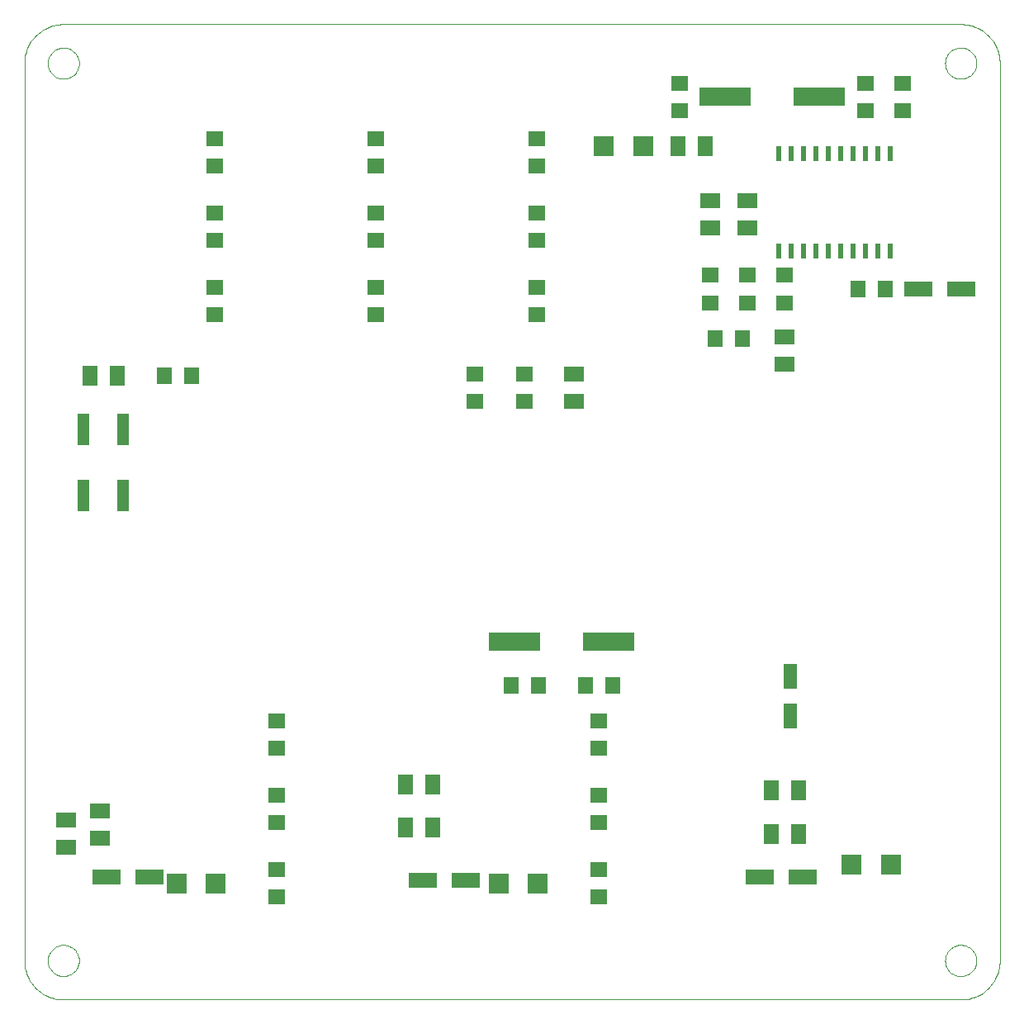
<source format=gtp>
G75*
G70*
%OFA0B0*%
%FSLAX24Y24*%
%IPPOS*%
%LPD*%
%AMOC8*
5,1,8,0,0,1.08239X$1,22.5*
%
%ADD10R,0.0236X0.0591*%
%ADD11R,0.2100X0.0760*%
%ADD12R,0.0709X0.0630*%
%ADD13R,0.0630X0.0709*%
%ADD14R,0.0630X0.0787*%
%ADD15R,0.0710X0.0630*%
%ADD16R,0.0787X0.0630*%
%ADD17R,0.0551X0.1024*%
%ADD18R,0.1181X0.0630*%
%ADD19R,0.0472X0.1260*%
%ADD20R,0.0787X0.0787*%
%ADD21C,0.0000*%
D10*
X035066Y033632D03*
X035566Y033632D03*
X036066Y033632D03*
X036566Y033632D03*
X037066Y033632D03*
X037566Y033632D03*
X038066Y033632D03*
X038566Y033632D03*
X039066Y033632D03*
X039566Y033632D03*
X039566Y037569D03*
X039066Y037569D03*
X038566Y037569D03*
X038066Y037569D03*
X037566Y037569D03*
X037066Y037569D03*
X036566Y037569D03*
X036066Y037569D03*
X035566Y037569D03*
X035066Y037569D03*
D11*
X036716Y039851D03*
X032916Y039851D03*
X028216Y017851D03*
X024416Y017851D03*
D12*
X027816Y014652D03*
X027816Y013549D03*
X027816Y011652D03*
X027816Y010549D03*
X027816Y008652D03*
X027816Y007549D03*
X014816Y007549D03*
X014816Y008652D03*
X014816Y010549D03*
X014816Y011652D03*
X014816Y013549D03*
X014816Y014652D03*
X022816Y027549D03*
X022816Y028652D03*
X024816Y028652D03*
X024816Y027549D03*
X025316Y031049D03*
X025316Y032152D03*
X025316Y034049D03*
X025316Y035152D03*
X025316Y037049D03*
X025316Y038152D03*
X031066Y039299D03*
X031066Y040402D03*
X038566Y040402D03*
X038566Y039299D03*
X040066Y039299D03*
X040066Y040402D03*
X018816Y038152D03*
X018816Y037049D03*
X018816Y035152D03*
X018816Y034049D03*
X018816Y032152D03*
X018816Y031049D03*
X012316Y031049D03*
X012316Y032152D03*
X012316Y034049D03*
X012316Y035152D03*
X012316Y037049D03*
X012316Y038152D03*
D13*
X011367Y028601D03*
X010265Y028601D03*
X024265Y016101D03*
X025367Y016101D03*
X027265Y016101D03*
X028367Y016101D03*
X032515Y030101D03*
X033617Y030101D03*
X038265Y032101D03*
X039367Y032101D03*
D14*
X032117Y037851D03*
X031015Y037851D03*
X008367Y028601D03*
X007265Y028601D03*
X020015Y012101D03*
X021117Y012101D03*
X021117Y010351D03*
X020015Y010351D03*
X034765Y010101D03*
X035867Y010101D03*
X035867Y011851D03*
X034765Y011851D03*
D15*
X035316Y031541D03*
X035316Y032660D03*
X033816Y032660D03*
X033816Y031541D03*
X032316Y031541D03*
X032316Y032660D03*
D16*
X032316Y034549D03*
X032316Y035652D03*
X033816Y035652D03*
X033816Y034549D03*
X035316Y030152D03*
X035316Y029049D03*
X026816Y028652D03*
X026816Y027549D03*
X007691Y011027D03*
X007691Y009924D03*
X006316Y009549D03*
X006316Y010652D03*
D17*
X035558Y014860D03*
X035558Y016475D03*
D18*
X036057Y008351D03*
X034325Y008351D03*
X022432Y008226D03*
X020700Y008226D03*
X009682Y008351D03*
X007950Y008351D03*
X040700Y032101D03*
X042432Y032101D03*
D19*
X008603Y026439D03*
X007028Y026439D03*
X007028Y023762D03*
X008603Y023762D03*
D20*
X010778Y008101D03*
X012353Y008101D03*
X023778Y008101D03*
X025353Y008101D03*
X038028Y008851D03*
X039603Y008851D03*
X029603Y037851D03*
X028028Y037851D03*
D21*
X004631Y041211D02*
X004631Y004990D01*
X005576Y004990D02*
X005578Y005040D01*
X005584Y005090D01*
X005594Y005139D01*
X005608Y005187D01*
X005625Y005234D01*
X005646Y005279D01*
X005671Y005323D01*
X005699Y005364D01*
X005731Y005403D01*
X005765Y005440D01*
X005802Y005474D01*
X005842Y005504D01*
X005884Y005531D01*
X005928Y005555D01*
X005974Y005576D01*
X006021Y005592D01*
X006069Y005605D01*
X006119Y005614D01*
X006168Y005619D01*
X006219Y005620D01*
X006269Y005617D01*
X006318Y005610D01*
X006367Y005599D01*
X006415Y005584D01*
X006461Y005566D01*
X006506Y005544D01*
X006549Y005518D01*
X006590Y005489D01*
X006629Y005457D01*
X006665Y005422D01*
X006697Y005384D01*
X006727Y005344D01*
X006754Y005301D01*
X006777Y005257D01*
X006796Y005211D01*
X006812Y005163D01*
X006824Y005114D01*
X006832Y005065D01*
X006836Y005015D01*
X006836Y004965D01*
X006832Y004915D01*
X006824Y004866D01*
X006812Y004817D01*
X006796Y004769D01*
X006777Y004723D01*
X006754Y004679D01*
X006727Y004636D01*
X006697Y004596D01*
X006665Y004558D01*
X006629Y004523D01*
X006590Y004491D01*
X006549Y004462D01*
X006506Y004436D01*
X006461Y004414D01*
X006415Y004396D01*
X006367Y004381D01*
X006318Y004370D01*
X006269Y004363D01*
X006219Y004360D01*
X006168Y004361D01*
X006119Y004366D01*
X006069Y004375D01*
X006021Y004388D01*
X005974Y004404D01*
X005928Y004425D01*
X005884Y004449D01*
X005842Y004476D01*
X005802Y004506D01*
X005765Y004540D01*
X005731Y004577D01*
X005699Y004616D01*
X005671Y004657D01*
X005646Y004701D01*
X005625Y004746D01*
X005608Y004793D01*
X005594Y004841D01*
X005584Y004890D01*
X005578Y004940D01*
X005576Y004990D01*
X004631Y004990D02*
X004633Y004913D01*
X004639Y004836D01*
X004648Y004759D01*
X004661Y004683D01*
X004678Y004607D01*
X004699Y004533D01*
X004723Y004459D01*
X004751Y004387D01*
X004782Y004317D01*
X004817Y004248D01*
X004855Y004180D01*
X004896Y004115D01*
X004941Y004052D01*
X004989Y003991D01*
X005039Y003932D01*
X005092Y003876D01*
X005148Y003823D01*
X005207Y003773D01*
X005268Y003725D01*
X005331Y003680D01*
X005396Y003639D01*
X005464Y003601D01*
X005533Y003566D01*
X005603Y003535D01*
X005675Y003507D01*
X005749Y003483D01*
X005823Y003462D01*
X005899Y003445D01*
X005975Y003432D01*
X006052Y003423D01*
X006129Y003417D01*
X006206Y003415D01*
X006206Y003416D02*
X042426Y003416D01*
X041796Y004990D02*
X041798Y005040D01*
X041804Y005090D01*
X041814Y005139D01*
X041828Y005187D01*
X041845Y005234D01*
X041866Y005279D01*
X041891Y005323D01*
X041919Y005364D01*
X041951Y005403D01*
X041985Y005440D01*
X042022Y005474D01*
X042062Y005504D01*
X042104Y005531D01*
X042148Y005555D01*
X042194Y005576D01*
X042241Y005592D01*
X042289Y005605D01*
X042339Y005614D01*
X042388Y005619D01*
X042439Y005620D01*
X042489Y005617D01*
X042538Y005610D01*
X042587Y005599D01*
X042635Y005584D01*
X042681Y005566D01*
X042726Y005544D01*
X042769Y005518D01*
X042810Y005489D01*
X042849Y005457D01*
X042885Y005422D01*
X042917Y005384D01*
X042947Y005344D01*
X042974Y005301D01*
X042997Y005257D01*
X043016Y005211D01*
X043032Y005163D01*
X043044Y005114D01*
X043052Y005065D01*
X043056Y005015D01*
X043056Y004965D01*
X043052Y004915D01*
X043044Y004866D01*
X043032Y004817D01*
X043016Y004769D01*
X042997Y004723D01*
X042974Y004679D01*
X042947Y004636D01*
X042917Y004596D01*
X042885Y004558D01*
X042849Y004523D01*
X042810Y004491D01*
X042769Y004462D01*
X042726Y004436D01*
X042681Y004414D01*
X042635Y004396D01*
X042587Y004381D01*
X042538Y004370D01*
X042489Y004363D01*
X042439Y004360D01*
X042388Y004361D01*
X042339Y004366D01*
X042289Y004375D01*
X042241Y004388D01*
X042194Y004404D01*
X042148Y004425D01*
X042104Y004449D01*
X042062Y004476D01*
X042022Y004506D01*
X041985Y004540D01*
X041951Y004577D01*
X041919Y004616D01*
X041891Y004657D01*
X041866Y004701D01*
X041845Y004746D01*
X041828Y004793D01*
X041814Y004841D01*
X041804Y004890D01*
X041798Y004940D01*
X041796Y004990D01*
X042426Y003415D02*
X042503Y003417D01*
X042580Y003423D01*
X042657Y003432D01*
X042733Y003445D01*
X042809Y003462D01*
X042883Y003483D01*
X042957Y003507D01*
X043029Y003535D01*
X043099Y003566D01*
X043168Y003601D01*
X043236Y003639D01*
X043301Y003680D01*
X043364Y003725D01*
X043425Y003773D01*
X043484Y003823D01*
X043540Y003876D01*
X043593Y003932D01*
X043643Y003991D01*
X043691Y004052D01*
X043736Y004115D01*
X043777Y004180D01*
X043815Y004248D01*
X043850Y004317D01*
X043881Y004387D01*
X043909Y004459D01*
X043933Y004533D01*
X043954Y004607D01*
X043971Y004683D01*
X043984Y004759D01*
X043993Y004836D01*
X043999Y004913D01*
X044001Y004990D01*
X044001Y041211D01*
X041796Y041211D02*
X041798Y041261D01*
X041804Y041311D01*
X041814Y041360D01*
X041828Y041408D01*
X041845Y041455D01*
X041866Y041500D01*
X041891Y041544D01*
X041919Y041585D01*
X041951Y041624D01*
X041985Y041661D01*
X042022Y041695D01*
X042062Y041725D01*
X042104Y041752D01*
X042148Y041776D01*
X042194Y041797D01*
X042241Y041813D01*
X042289Y041826D01*
X042339Y041835D01*
X042388Y041840D01*
X042439Y041841D01*
X042489Y041838D01*
X042538Y041831D01*
X042587Y041820D01*
X042635Y041805D01*
X042681Y041787D01*
X042726Y041765D01*
X042769Y041739D01*
X042810Y041710D01*
X042849Y041678D01*
X042885Y041643D01*
X042917Y041605D01*
X042947Y041565D01*
X042974Y041522D01*
X042997Y041478D01*
X043016Y041432D01*
X043032Y041384D01*
X043044Y041335D01*
X043052Y041286D01*
X043056Y041236D01*
X043056Y041186D01*
X043052Y041136D01*
X043044Y041087D01*
X043032Y041038D01*
X043016Y040990D01*
X042997Y040944D01*
X042974Y040900D01*
X042947Y040857D01*
X042917Y040817D01*
X042885Y040779D01*
X042849Y040744D01*
X042810Y040712D01*
X042769Y040683D01*
X042726Y040657D01*
X042681Y040635D01*
X042635Y040617D01*
X042587Y040602D01*
X042538Y040591D01*
X042489Y040584D01*
X042439Y040581D01*
X042388Y040582D01*
X042339Y040587D01*
X042289Y040596D01*
X042241Y040609D01*
X042194Y040625D01*
X042148Y040646D01*
X042104Y040670D01*
X042062Y040697D01*
X042022Y040727D01*
X041985Y040761D01*
X041951Y040798D01*
X041919Y040837D01*
X041891Y040878D01*
X041866Y040922D01*
X041845Y040967D01*
X041828Y041014D01*
X041814Y041062D01*
X041804Y041111D01*
X041798Y041161D01*
X041796Y041211D01*
X042426Y042786D02*
X042503Y042784D01*
X042580Y042778D01*
X042657Y042769D01*
X042733Y042756D01*
X042809Y042739D01*
X042883Y042718D01*
X042957Y042694D01*
X043029Y042666D01*
X043099Y042635D01*
X043168Y042600D01*
X043236Y042562D01*
X043301Y042521D01*
X043364Y042476D01*
X043425Y042428D01*
X043484Y042378D01*
X043540Y042325D01*
X043593Y042269D01*
X043643Y042210D01*
X043691Y042149D01*
X043736Y042086D01*
X043777Y042021D01*
X043815Y041953D01*
X043850Y041884D01*
X043881Y041814D01*
X043909Y041742D01*
X043933Y041668D01*
X043954Y041594D01*
X043971Y041518D01*
X043984Y041442D01*
X043993Y041365D01*
X043999Y041288D01*
X044001Y041211D01*
X042426Y042786D02*
X006206Y042786D01*
X005576Y041211D02*
X005578Y041261D01*
X005584Y041311D01*
X005594Y041360D01*
X005608Y041408D01*
X005625Y041455D01*
X005646Y041500D01*
X005671Y041544D01*
X005699Y041585D01*
X005731Y041624D01*
X005765Y041661D01*
X005802Y041695D01*
X005842Y041725D01*
X005884Y041752D01*
X005928Y041776D01*
X005974Y041797D01*
X006021Y041813D01*
X006069Y041826D01*
X006119Y041835D01*
X006168Y041840D01*
X006219Y041841D01*
X006269Y041838D01*
X006318Y041831D01*
X006367Y041820D01*
X006415Y041805D01*
X006461Y041787D01*
X006506Y041765D01*
X006549Y041739D01*
X006590Y041710D01*
X006629Y041678D01*
X006665Y041643D01*
X006697Y041605D01*
X006727Y041565D01*
X006754Y041522D01*
X006777Y041478D01*
X006796Y041432D01*
X006812Y041384D01*
X006824Y041335D01*
X006832Y041286D01*
X006836Y041236D01*
X006836Y041186D01*
X006832Y041136D01*
X006824Y041087D01*
X006812Y041038D01*
X006796Y040990D01*
X006777Y040944D01*
X006754Y040900D01*
X006727Y040857D01*
X006697Y040817D01*
X006665Y040779D01*
X006629Y040744D01*
X006590Y040712D01*
X006549Y040683D01*
X006506Y040657D01*
X006461Y040635D01*
X006415Y040617D01*
X006367Y040602D01*
X006318Y040591D01*
X006269Y040584D01*
X006219Y040581D01*
X006168Y040582D01*
X006119Y040587D01*
X006069Y040596D01*
X006021Y040609D01*
X005974Y040625D01*
X005928Y040646D01*
X005884Y040670D01*
X005842Y040697D01*
X005802Y040727D01*
X005765Y040761D01*
X005731Y040798D01*
X005699Y040837D01*
X005671Y040878D01*
X005646Y040922D01*
X005625Y040967D01*
X005608Y041014D01*
X005594Y041062D01*
X005584Y041111D01*
X005578Y041161D01*
X005576Y041211D01*
X004631Y041211D02*
X004633Y041288D01*
X004639Y041365D01*
X004648Y041442D01*
X004661Y041518D01*
X004678Y041594D01*
X004699Y041668D01*
X004723Y041742D01*
X004751Y041814D01*
X004782Y041884D01*
X004817Y041953D01*
X004855Y042021D01*
X004896Y042086D01*
X004941Y042149D01*
X004989Y042210D01*
X005039Y042269D01*
X005092Y042325D01*
X005148Y042378D01*
X005207Y042428D01*
X005268Y042476D01*
X005331Y042521D01*
X005396Y042562D01*
X005464Y042600D01*
X005533Y042635D01*
X005603Y042666D01*
X005675Y042694D01*
X005749Y042718D01*
X005823Y042739D01*
X005899Y042756D01*
X005975Y042769D01*
X006052Y042778D01*
X006129Y042784D01*
X006206Y042786D01*
M02*

</source>
